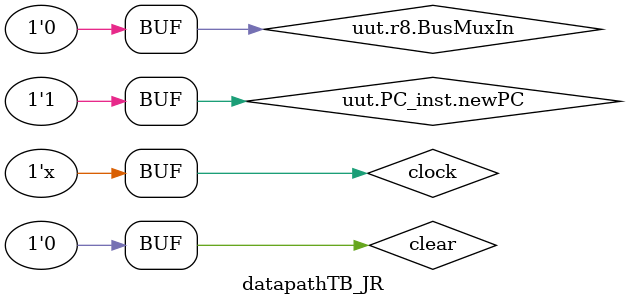
<source format=v>
/* TO DO:
	Fix T6 so that signals are actually driven for Read and MDRin
*/
`timescale 1ns/1ps

module datapathTB_JR;

    // Clock and Reset
    reg clock;
    reg clear;
    reg PCout, Zhighout, Zlowout, MDRout; 
    reg MARin, PCin, MDRin, IRin, Yin, Zin;
    reg IncPC, Read, Write;
    reg Gra, Grb, Grc, BAout;
    reg [4:0] opcode;
    reg HIin, LOin, ZHighIn, ZLowIn;
    reg [8:0] Address;    
    reg [31:0] Mdatain;     
	 reg Rout, Rin;
	 reg Cout, HIout, LOout, Yout, InPortout;
	 reg CONin;
	 reg [31:0] external_input;
	 reg OutPortin;

    // OUTPUTS FROM DataPath (wires)
    wire R0out, R1out, R2out, R3out, R4out, R5out, R6out, R7out;
    wire R8out, R9out, R10out, R11out, R12out, R13out, R14out, R15out;
	 wire CON_out;
	 wire [31:0] external_output;
	 
	 parameter Default = 4'b0000, T0 = 4'b0111, T1 = 4'b1000, T2 = 4'b1001, T3 = 4'b1010, T4 = 4'b1011, T5 = 4'b1100, T6 = 4'b1101, T7 = 4'b1110;
    
	 reg [3:0] Present_state = Default;
	 

    // Instantiate DataPath
    DataPath uut (
        .clock(clock),
        .clear(clear),
        .PCout(PCout), 
        .Zhighout(Zhighout), 
        .Zlowout(Zlowout), 
        .MDRout(MDRout),
        .MARin(MARin), 
        .Rin(Rin),
        .PCin(PCin), 
        .MDRin(MDRin), 
        .IRin(IRin), 
        .Yin(Yin),
        .IncPC(IncPC), 
        .Read(Read), 
        .Write(Write),
        .Gra(Gra), 
        .Grb(Grb), 
        .Grc(Grc),
        .opcode(opcode),
        .HIin(HIin), 
        .LOin(LOin), 
        .ZHighIn(ZHighIn), 
        .ZLowIn(ZLowIn), 
        .Address(Address),
        .Mdatain(Mdatain),
        .BAout(BAout),
        .R0out(R0out), 
        .R1out(R1out), 
        .R2out(R2out), 
        .R3out(R3out),
        .R4out(R4out), 
        .R5out(R5out), 
        .R6out(R6out), 
        .R7out(R7out),
        .R8out(R8out), 
        .R9out(R9out), 
        .R10out(R10out), 
        .R11out(R11out),
        .R12out(R12out), 
        .R13out(R13out), 
        .R14out(R14out), 
        .R15out(R15out),
        .HIout(HIout), 
        .LOout(LOout),
        .Yout(Yout), 
        .InPortout(InPortout), 
        .Cout(Cout),   // Fixed naming (was CSignOut)
        .Rout(Rout),    // Added Rout
		  .CONin(CONin),
		  .InPortData(external_input),  // Input data to InPort
		  .OutPortData(external_output), // Output data from OutPort
        .OutPortin(OutPortin)        // Control signal for writing output
    );

    
   initial begin
      clock = 0;
		clear = 0;
		uut.PC_inst.newPC = 32'h13;
		uut.r8.BusMuxIn = 32'h30;
   end
	 
	always 
		#10  clock <= ~clock;
		
	always @(posedge clock) begin
    case (Present_state)
        Default: Present_state <= T0;
        T0:      Present_state <= T1;
        T1:      Present_state <= T2;
        T2:      Present_state <= T3;
        T3:      Present_state  <= Default; // Reset or stop
		endcase
	end 
	
	always @(Present_state) begin
			case (Present_state)
				Default: begin
                PCout <= 0;         Zhighout <= 0;      Zlowout <= 0;      MDRout <= 0;
                MARin <= 0;         PCin <= 0;          MDRin <= 0;        IRin <= 0;          Yin <= 0;
                IncPC <= 0;         Read <= 0;          Write <= 0;
                Gra <= 0;           Grb <= 0;           Grc <= 0;          opcode <= 0;
                HIin <= 0;          LOin <= 0;          ZHighIn <= 0;      ZLowIn <= 0; 
                Address <= 9'h0;    Mdatain <= 32'h0;
                Cout <= 0; 
					 CONin <= 0;
            end
				
			T0: begin 
                    MARin <= 1;     IncPC <= 1; PCout <= 1; ZLowIn <= 1; 
 
            end

			T1: begin 
					     MARin <= 0;     IncPC <= 0; PCout <= 0; ZLowIn <= 0;  
						  Zlowout <= 1; PCin <= 1; Read <= 1; MDRin <= 1;
            end

			T2: begin 
						  Zlowout <= 0; PCin <= 0; Read <= 0; MDRin <= 0;
                    MDRout <= 1;    IRin <= 1; 
            end

			  T3: begin 
			  			  MDRout <= 0;     		 IRin <= 0;
                    Gra <= 1;           Rout <= 1;      	PCin <= 1;						
            end
		endcase
	end

endmodule
</source>
